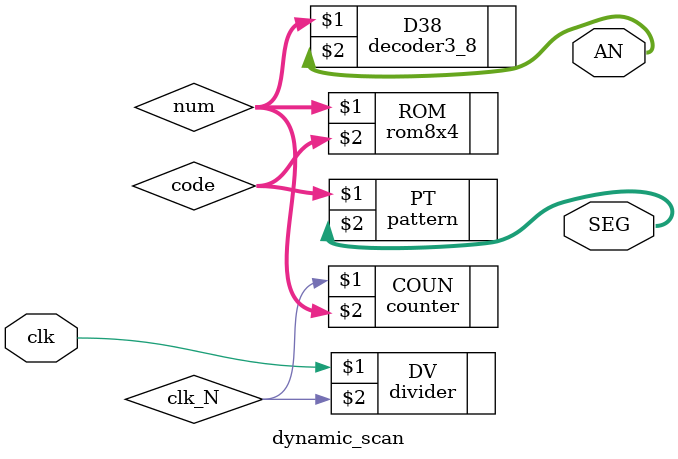
<source format=v>
`timescale 1ns / 1ps

module dynamic_scan(clk, SEG, AN);
input clk;
output [7:0] SEG;
output [7:0] AN;
wire clk_N;
wire [2:0] num;
wire [3:0] code;
    divider #(100_000_000) DV(clk, clk_N);
    counter COUN(clk_N, num);
    decoder3_8 D38(num, AN);
    rom8x4 ROM(num, code);
    pattern PT(code, SEG);
    
endmodule

</source>
